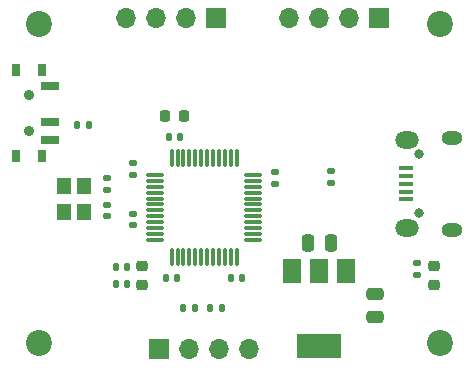
<source format=gbr>
%TF.GenerationSoftware,KiCad,Pcbnew,7.0.9*%
%TF.CreationDate,2024-01-02T16:37:46-08:00*%
%TF.ProjectId,STM32F103C8T6,53544d33-3246-4313-9033-433854362e6b,rev?*%
%TF.SameCoordinates,Original*%
%TF.FileFunction,Soldermask,Top*%
%TF.FilePolarity,Negative*%
%FSLAX46Y46*%
G04 Gerber Fmt 4.6, Leading zero omitted, Abs format (unit mm)*
G04 Created by KiCad (PCBNEW 7.0.9) date 2024-01-02 16:37:46*
%MOMM*%
%LPD*%
G01*
G04 APERTURE LIST*
G04 Aperture macros list*
%AMRoundRect*
0 Rectangle with rounded corners*
0 $1 Rounding radius*
0 $2 $3 $4 $5 $6 $7 $8 $9 X,Y pos of 4 corners*
0 Add a 4 corners polygon primitive as box body*
4,1,4,$2,$3,$4,$5,$6,$7,$8,$9,$2,$3,0*
0 Add four circle primitives for the rounded corners*
1,1,$1+$1,$2,$3*
1,1,$1+$1,$4,$5*
1,1,$1+$1,$6,$7*
1,1,$1+$1,$8,$9*
0 Add four rect primitives between the rounded corners*
20,1,$1+$1,$2,$3,$4,$5,0*
20,1,$1+$1,$4,$5,$6,$7,0*
20,1,$1+$1,$6,$7,$8,$9,0*
20,1,$1+$1,$8,$9,$2,$3,0*%
G04 Aperture macros list end*
%ADD10C,2.200000*%
%ADD11RoundRect,0.140000X0.170000X-0.140000X0.170000X0.140000X-0.170000X0.140000X-0.170000X-0.140000X0*%
%ADD12R,1.700000X1.700000*%
%ADD13O,1.700000X1.700000*%
%ADD14RoundRect,0.225000X-0.225000X-0.250000X0.225000X-0.250000X0.225000X0.250000X-0.225000X0.250000X0*%
%ADD15RoundRect,0.140000X-0.170000X0.140000X-0.170000X-0.140000X0.170000X-0.140000X0.170000X0.140000X0*%
%ADD16RoundRect,0.135000X0.135000X0.185000X-0.135000X0.185000X-0.135000X-0.185000X0.135000X-0.185000X0*%
%ADD17RoundRect,0.140000X0.140000X0.170000X-0.140000X0.170000X-0.140000X-0.170000X0.140000X-0.170000X0*%
%ADD18RoundRect,0.218750X-0.256250X0.218750X-0.256250X-0.218750X0.256250X-0.218750X0.256250X0.218750X0*%
%ADD19R,0.800000X1.000000*%
%ADD20C,0.900000*%
%ADD21R,1.500000X0.700000*%
%ADD22RoundRect,0.250000X0.475000X-0.250000X0.475000X0.250000X-0.475000X0.250000X-0.475000X-0.250000X0*%
%ADD23RoundRect,0.140000X-0.140000X-0.170000X0.140000X-0.170000X0.140000X0.170000X-0.140000X0.170000X0*%
%ADD24RoundRect,0.250000X-0.250000X-0.475000X0.250000X-0.475000X0.250000X0.475000X-0.250000X0.475000X0*%
%ADD25RoundRect,0.135000X-0.135000X-0.185000X0.135000X-0.185000X0.135000X0.185000X-0.135000X0.185000X0*%
%ADD26RoundRect,0.135000X-0.185000X0.135000X-0.185000X-0.135000X0.185000X-0.135000X0.185000X0.135000X0*%
%ADD27R,1.500000X2.000000*%
%ADD28R,3.800000X2.000000*%
%ADD29R,1.200000X1.400000*%
%ADD30O,0.800000X0.800000*%
%ADD31R,1.300000X0.450000*%
%ADD32O,1.800000X1.150000*%
%ADD33O,2.000000X1.450000*%
%ADD34RoundRect,0.075000X-0.662500X-0.075000X0.662500X-0.075000X0.662500X0.075000X-0.662500X0.075000X0*%
%ADD35RoundRect,0.075000X-0.075000X-0.662500X0.075000X-0.662500X0.075000X0.662500X-0.075000X0.662500X0*%
G04 APERTURE END LIST*
D10*
%TO.C,H4*%
X125000000Y-96500000D03*
%TD*%
D11*
%TO.C,C2*%
X99000000Y-82230000D03*
X99000000Y-81270000D03*
%TD*%
D12*
%TO.C,J3*%
X106000000Y-69000000D03*
D13*
X103460000Y-69000000D03*
X100920000Y-69000000D03*
X98380000Y-69000000D03*
%TD*%
D14*
%TO.C,C1*%
X101725000Y-77250000D03*
X103275000Y-77250000D03*
%TD*%
D15*
%TO.C,C4*%
X111000000Y-82020000D03*
X111000000Y-82980000D03*
%TD*%
D16*
%TO.C,R5*%
X106480000Y-93500000D03*
X105460000Y-93500000D03*
%TD*%
D10*
%TO.C,H2*%
X125000000Y-69500000D03*
%TD*%
D17*
%TO.C,C8*%
X98480000Y-91500000D03*
X97520000Y-91500000D03*
%TD*%
%TO.C,C5*%
X108230000Y-91000000D03*
X107270000Y-91000000D03*
%TD*%
D18*
%TO.C,D1*%
X124500000Y-89962500D03*
X124500000Y-91537500D03*
%TD*%
D19*
%TO.C,SW1*%
X91280000Y-73350000D03*
X89070000Y-73350000D03*
D20*
X90170000Y-75500000D03*
X90170000Y-78500000D03*
D19*
X91280000Y-80650000D03*
X89070000Y-80650000D03*
D21*
X91930000Y-74750000D03*
X91930000Y-77750000D03*
X91930000Y-79250000D03*
%TD*%
D22*
%TO.C,C13*%
X119500000Y-94250000D03*
X119500000Y-92350000D03*
%TD*%
D23*
%TO.C,C3*%
X102020000Y-79000000D03*
X102980000Y-79000000D03*
%TD*%
D24*
%TO.C,C12*%
X113800000Y-88050000D03*
X115700000Y-88050000D03*
%TD*%
D10*
%TO.C,H3*%
X91000000Y-96500000D03*
%TD*%
D11*
%TO.C,C6*%
X99000000Y-86480000D03*
X99000000Y-85520000D03*
%TD*%
D25*
%TO.C,R4*%
X103210000Y-93500000D03*
X104230000Y-93500000D03*
%TD*%
D26*
%TO.C,R3*%
X123000000Y-89740000D03*
X123000000Y-90760000D03*
%TD*%
D18*
%TO.C,FB1*%
X99750000Y-89962500D03*
X99750000Y-91537500D03*
%TD*%
D12*
%TO.C,J2*%
X119800000Y-69000000D03*
D13*
X117260000Y-69000000D03*
X114720000Y-69000000D03*
X112180000Y-69000000D03*
%TD*%
D17*
%TO.C,C7*%
X98480000Y-90000000D03*
X97520000Y-90000000D03*
%TD*%
D25*
%TO.C,R1*%
X94215000Y-78000000D03*
X95235000Y-78000000D03*
%TD*%
D27*
%TO.C,U2*%
X117050000Y-90400000D03*
X114750000Y-90400000D03*
D28*
X114750000Y-96700000D03*
D27*
X112450000Y-90400000D03*
%TD*%
D23*
%TO.C,C9*%
X101770000Y-91000000D03*
X102730000Y-91000000D03*
%TD*%
D29*
%TO.C,Y1*%
X93150000Y-83170000D03*
X93150000Y-85370000D03*
X94850000Y-85370000D03*
X94850000Y-83170000D03*
%TD*%
D26*
%TO.C,R2*%
X115750000Y-81890000D03*
X115750000Y-82910000D03*
%TD*%
D30*
%TO.C,J1*%
X123195000Y-85500000D03*
X123195000Y-80500000D03*
D31*
X122095000Y-84300000D03*
X122095000Y-83650000D03*
X122095000Y-83000000D03*
X122095000Y-82350000D03*
X122095000Y-81700000D03*
D32*
X125945000Y-86875000D03*
D33*
X122145000Y-86725000D03*
X122145000Y-79275000D03*
D32*
X125945000Y-79125000D03*
%TD*%
D10*
%TO.C,H1*%
X91000000Y-69500000D03*
%TD*%
D34*
%TO.C,U1*%
X100837500Y-82250000D03*
X100837500Y-82750000D03*
X100837500Y-83250000D03*
X100837500Y-83750000D03*
X100837500Y-84250000D03*
X100837500Y-84750000D03*
X100837500Y-85250000D03*
X100837500Y-85750000D03*
X100837500Y-86250000D03*
X100837500Y-86750000D03*
X100837500Y-87250000D03*
X100837500Y-87750000D03*
D35*
X102250000Y-89162500D03*
X102750000Y-89162500D03*
X103250000Y-89162500D03*
X103750000Y-89162500D03*
X104250000Y-89162500D03*
X104750000Y-89162500D03*
X105250000Y-89162500D03*
X105750000Y-89162500D03*
X106250000Y-89162500D03*
X106750000Y-89162500D03*
X107250000Y-89162500D03*
X107750000Y-89162500D03*
D34*
X109162500Y-87750000D03*
X109162500Y-87250000D03*
X109162500Y-86750000D03*
X109162500Y-86250000D03*
X109162500Y-85750000D03*
X109162500Y-85250000D03*
X109162500Y-84750000D03*
X109162500Y-84250000D03*
X109162500Y-83750000D03*
X109162500Y-83250000D03*
X109162500Y-82750000D03*
X109162500Y-82250000D03*
D35*
X107750000Y-80837500D03*
X107250000Y-80837500D03*
X106750000Y-80837500D03*
X106250000Y-80837500D03*
X105750000Y-80837500D03*
X105250000Y-80837500D03*
X104750000Y-80837500D03*
X104250000Y-80837500D03*
X103750000Y-80837500D03*
X103250000Y-80837500D03*
X102750000Y-80837500D03*
X102250000Y-80837500D03*
%TD*%
D11*
%TO.C,C10*%
X96750000Y-83500000D03*
X96750000Y-82540000D03*
%TD*%
%TO.C,C11*%
X96750000Y-85750000D03*
X96750000Y-84790000D03*
%TD*%
D12*
%TO.C,J4*%
X101200000Y-97000000D03*
D13*
X103740000Y-97000000D03*
X106280000Y-97000000D03*
X108820000Y-97000000D03*
%TD*%
M02*

</source>
